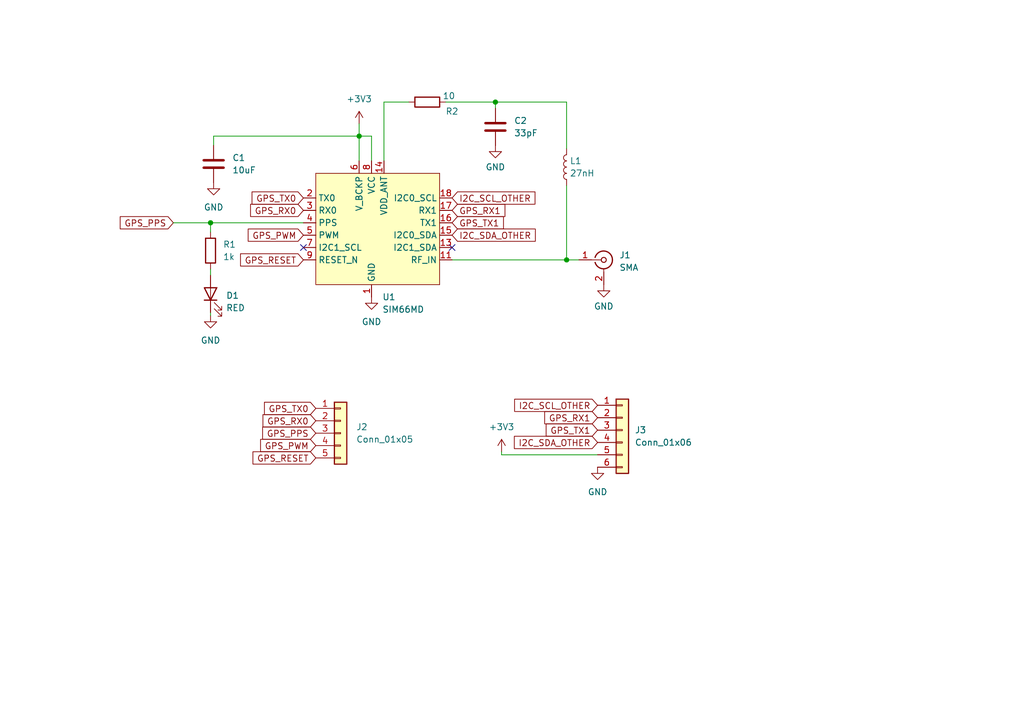
<source format=kicad_sch>
(kicad_sch (version 20231120) (generator "eeschema") (generator_version "8.0")
  (paper "A5")
  (lib_symbols
    (symbol "Connector:Conn_Coaxial" (pin_names (offset 1.016) hide)
      (property "Reference" "J" (at 0.254 3.048 0))
      (property "Value" "Conn_Coaxial" (at 2.921 0 90))
      (symbol "Conn_Coaxial_0_1"
        (arc (start -1.778 -0.508) (mid 0.2311 -1.8066) (end 1.778 0) (stroke (width 0.254)))
        (polyline (pts (xy -2.54 0) (xy -0.508 0)))
        (polyline (pts (xy 0 -2.54) (xy 0 -1.778)))
        (circle (center 0 0) (radius 0.508) (stroke (width 0.2032)))
        (arc (start 1.778 0) (mid 0.2099 1.8101) (end -1.778 0.508) (stroke (width 0.254)))
      )
      (symbol "Conn_Coaxial_1_1"
        (pin passive line (at -5.08 0 0) (length 2.54) (name "In") (number "1"))
        (pin passive line (at 0 -5.08 90) (length 2.54) (name "Ext") (number "2"))
      )
    )
    (symbol "Connector_Generic:Conn_01x05" (pin_names (offset 1.016) hide)
      (property "Reference" "J" (at 0 7.62 0))
      (property "Value" "Conn_01x05" (at 0 -7.62 0))
      (symbol "Conn_01x05_1_1"
        (rectangle (start -1.27 -4.953) (end 0 -5.207) (stroke (width 0.1524)))
        (rectangle (start -1.27 -2.413) (end 0 -2.667) (stroke (width 0.1524)))
        (rectangle (start -1.27 0.127) (end 0 -0.127) (stroke (width 0.1524)))
        (rectangle (start -1.27 2.667) (end 0 2.413) (stroke (width 0.1524)))
        (rectangle (start -1.27 5.207) (end 0 4.953) (stroke (width 0.1524)))
        (rectangle (start -1.27 6.35) (end 1.27 -6.35) (stroke (width 0.254)) (fill (type background)))
        (pin passive line (at -5.08 5.08 0) (length 3.81) (name "Pin_1") (number "1"))
        (pin passive line (at -5.08 2.54 0) (length 3.81) (name "Pin_2") (number "2"))
        (pin passive line (at -5.08 0 0) (length 3.81) (name "Pin_3") (number "3"))
        (pin passive line (at -5.08 -2.54 0) (length 3.81) (name "Pin_4") (number "4"))
        (pin passive line (at -5.08 -5.08 0) (length 3.81) (name "Pin_5") (number "5"))
      )
    )
    (symbol "Connector_Generic:Conn_01x06" (pin_names (offset 1.016) hide)
      (property "Reference" "J" (at 0 7.62 0))
      (property "Value" "Conn_01x06" (at 0 -10.16 0))
      (symbol "Conn_01x06_1_1"
        (rectangle (start -1.27 -7.493) (end 0 -7.747) (stroke (width 0.1524)))
        (rectangle (start -1.27 -4.953) (end 0 -5.207) (stroke (width 0.1524)))
        (rectangle (start -1.27 -2.413) (end 0 -2.667) (stroke (width 0.1524)))
        (rectangle (start -1.27 0.127) (end 0 -0.127) (stroke (width 0.1524)))
        (rectangle (start -1.27 2.667) (end 0 2.413) (stroke (width 0.1524)))
        (rectangle (start -1.27 5.207) (end 0 4.953) (stroke (width 0.1524)))
        (rectangle (start -1.27 6.35) (end 1.27 -8.89) (stroke (width 0.254)) (fill (type background)))
        (pin passive line (at -5.08 5.08 0) (length 3.81) (name "Pin_1") (number "1"))
        (pin passive line (at -5.08 2.54 0) (length 3.81) (name "Pin_2") (number "2"))
        (pin passive line (at -5.08 0 0) (length 3.81) (name "Pin_3") (number "3"))
        (pin passive line (at -5.08 -2.54 0) (length 3.81) (name "Pin_4") (number "4"))
        (pin passive line (at -5.08 -5.08 0) (length 3.81) (name "Pin_5") (number "5"))
        (pin passive line (at -5.08 -7.62 0) (length 3.81) (name "Pin_6") (number "6"))
      )
    )
    (symbol "Device:C" (pin_numbers hide) (pin_names (offset 0.254))
      (property "Reference" "C" (at 0.635 2.54 0))
      (property "Value" "C" (at 0.635 -2.54 0))
      (symbol "C_0_1"
        (polyline (pts (xy -2.032 -0.762) (xy 2.032 -0.762)) (stroke (width 0.508)))
        (polyline (pts (xy -2.032 0.762) (xy 2.032 0.762)) (stroke (width 0.508)))
      )
      (symbol "C_1_1"
        (pin passive line (at 0 3.81 270) (length 2.794) (name "~") (number "1"))
        (pin passive line (at 0 -3.81 90) (length 2.794) (name "~") (number "2"))
      )
    )
    (symbol "Device:L" (pin_numbers hide) (pin_names (offset 1.016) hide)
      (property "Reference" "L" (at -1.27 0 90))
      (property "Value" "L" (at 1.905 0 90))
      (symbol "L_0_1"
        (arc (start 0 -2.54) (mid 0.6323 -1.905) (end 0 -1.27))
        (arc (start 0 -1.27) (mid 0.6323 -0.635) (end 0 0))
        (arc (start 0 0) (mid 0.6323 0.635) (end 0 1.27))
        (arc (start 0 1.27) (mid 0.6323 1.905) (end 0 2.54))
      )
      (symbol "L_1_1"
        (pin passive line (at 0 3.81 270) (length 1.27) (name "1") (number "1"))
        (pin passive line (at 0 -3.81 90) (length 1.27) (name "2") (number "2"))
      )
    )
    (symbol "Device:LED" (pin_numbers hide) (pin_names (offset 1.016) hide)
      (property "Reference" "D" (at 0 2.54 0))
      (property "Value" "LED" (at 0 -2.54 0))
      (symbol "LED_0_1"
        (polyline (pts (xy -1.27 -1.27) (xy -1.27 1.27)) (stroke (width 0.254)))
        (polyline (pts (xy -1.27 0) (xy 1.27 0)))
        (polyline (pts (xy 1.27 -1.27) (xy 1.27 1.27) (xy -1.27 0) (xy 1.27 -1.27)) (stroke (width 0.254)))
        (polyline (pts (xy -3.048 -0.762) (xy -4.572 -2.286) (xy -3.81 -2.286) (xy -4.572 -2.286) (xy -4.572 -1.524)))
        (polyline (pts (xy -1.778 -0.762) (xy -3.302 -2.286) (xy -2.54 -2.286) (xy -3.302 -2.286) (xy -3.302 -1.524)))
      )
      (symbol "LED_1_1"
        (pin passive line (at -3.81 0 0) (length 2.54) (name "K") (number "1"))
        (pin passive line (at 3.81 0 180) (length 2.54) (name "A") (number "2"))
      )
    )
    (symbol "Device:R" (pin_numbers hide) (pin_names (offset 0))
      (property "Reference" "R" (at 2.032 0 90))
      (property "Value" "R" (at 0 0 90))
      (symbol "R_0_1"
        (rectangle (start -1.016 -2.54) (end 1.016 2.54) (stroke (width 0.254)))
      )
      (symbol "R_1_1"
        (pin passive line (at 0 3.81 270) (length 1.27) (name "~") (number "1"))
        (pin passive line (at 0 -3.81 90) (length 1.27) (name "~") (number "2"))
      )
    )
    (symbol "MySymbols:SIM66MD"
      (property "Reference" "U" (at 13.716 0.254 0))
      (property "Value" "SIM66MD" (at 20.574 14.732 0))
      (symbol "SIM66MD_1_1"
        (rectangle (start 2.54 12.7) (end 27.94 -10.16) (fill (type background)))
        (pin power_in line (at 13.97 -12.7 90) (length 2.54) (name "GND") (number "1"))
        (pin power_in line (at 13.97 -12.7 90) (length 2.54) hide (name "GND") (number "10"))
        (pin input line (at 30.48 -5.08 180) (length 2.54) (name "RF_IN") (number "11"))
        (pin power_in line (at 13.97 -12.7 90) (length 2.54) hide (name "GND") (number "12"))
        (pin bidirectional line (at 30.48 -2.54 180) (length 2.54) (name "I2C1_SDA") (number "13"))
        (pin output line (at 16.51 15.24 270) (length 2.54) (name "VDD_ANT") (number "14"))
        (pin bidirectional line (at 30.48 0 180) (length 2.54) (name "I2C0_SDA") (number "15"))
        (pin output line (at 30.48 2.54 180) (length 2.54) (name "TX1") (number "16"))
        (pin input line (at 30.48 5.08 180) (length 2.54) (name "RX1") (number "17"))
        (pin input line (at 30.48 7.62 180) (length 2.54) (name "I2C0_SCL") (number "18"))
        (pin output line (at 0 7.62 0) (length 2.54) (name "TX0") (number "2"))
        (pin input line (at 0 5.08 0) (length 2.54) (name "RX0") (number "3"))
        (pin output line (at 0 2.54 0) (length 2.54) (name "PPS") (number "4"))
        (pin bidirectional line (at 0 0 0) (length 2.54) (name "PWM") (number "5"))
        (pin power_in line (at 11.43 15.24 270) (length 2.54) (name "V_BCKP") (number "6"))
        (pin input line (at 0 -2.54 0) (length 2.54) (name "I2C1_SCL") (number "7"))
        (pin power_in line (at 13.97 15.24 270) (length 2.54) (name "VCC") (number "8"))
        (pin input line (at 0 -5.08 0) (length 2.54) (name "RESET_N") (number "9"))
      )
    )
    (symbol "power:+3V3" (power) (pin_names (offset 0))
      (property "Value" "+3V3" (at 0 3.556 0))
      (symbol "+3V3_0_1"
        (polyline (pts (xy -0.762 1.27) (xy 0 2.54)))
        (polyline (pts (xy 0 0) (xy 0 2.54)))
        (polyline (pts (xy 0 2.54) (xy 0.762 1.27)))
      )
      (symbol "+3V3_1_1"
        (pin power_in line (at 0 0 90) (length 0) hide (name "+3V3") (number "1"))
      )
    )
    (symbol "power:GND" (power) (pin_names (offset 0))
      (property "Value" "GND" (at 0 -3.81 0))
      (symbol "GND_0_1"
        (polyline (pts (xy 0 0) (xy 0 -1.27) (xy 1.27 -1.27) (xy 0 -2.54) (xy -1.27 -1.27) (xy 0 -1.27)))
      )
      (symbol "GND_1_1"
        (pin power_in line (at 0 0 270) (length 0) hide (name "GND") (number "1"))
      )
    )
  )
  (junction (at 101.6 20.955))
  (junction (at 116.205 53.34))
  (junction (at 43.18 45.72))
  (junction (at 73.66 27.94))
  (no_connect (at 62.23 50.8))
  (no_connect (at 92.71 50.8))
  (wire (pts (xy 43.815 29.845) (xy 43.815 27.94)))
  (wire (pts (xy 43.18 55.245) (xy 43.18 56.515)))
  (wire (pts (xy 83.82 20.955) (xy 78.74 20.955)))
  (wire (pts (xy 101.6 20.955) (xy 91.44 20.955)))
  (wire (pts (xy 122.555 93.345) (xy 102.87 93.345)))
  (wire (pts (xy 116.205 38.1) (xy 116.205 53.34)))
  (wire (pts (xy 116.205 53.34) (xy 118.745 53.34)))
  (wire (pts (xy 73.66 25.4) (xy 73.66 27.94)))
  (wire (pts (xy 101.6 20.955) (xy 116.205 20.955)))
  (wire (pts (xy 116.205 30.48) (xy 116.205 20.955)))
  (wire (pts (xy 73.66 27.94) (xy 73.66 33.02)))
  (wire (pts (xy 35.56 45.72) (xy 43.18 45.72)))
  (wire (pts (xy 43.18 45.72) (xy 43.18 47.625)))
  (wire (pts (xy 78.74 20.955) (xy 78.74 33.02)))
  (wire (pts (xy 92.71 53.34) (xy 116.205 53.34)))
  (wire (pts (xy 43.18 64.135) (xy 43.18 64.77)))
  (wire (pts (xy 76.2 27.94) (xy 73.66 27.94)))
  (wire (pts (xy 101.6 20.955) (xy 101.6 22.225)))
  (wire (pts (xy 43.815 27.94) (xy 73.66 27.94)))
  (wire (pts (xy 102.87 93.345) (xy 102.87 92.71)))
  (wire (pts (xy 76.2 33.02) (xy 76.2 27.94)))
  (wire (pts (xy 43.18 45.72) (xy 62.23 45.72)))
  (global_label "I2C_SCL_OTHER" (shape input) (at 122.555 83.185 180) (property "Intersheetrefs" "${INTERSHEET_REFS}" (effects (hide yes))))
  (global_label "GPS_PPS" (shape input) (at 64.77 88.9 180) (property "Intersheetrefs" "${INTERSHEET_REFS}" (effects (hide yes))))
  (global_label "GPS_TX0" (shape input) (at 62.23 40.64 180) (property "Intersheetrefs" "${INTERSHEET_REFS}" (effects (hide yes))))
  (global_label "GPS_PPS" (shape input) (at 35.56 45.72 180) (property "Intersheetrefs" "${INTERSHEET_REFS}" (effects (hide yes))))
  (global_label "GPS_RESET" (shape input) (at 62.23 53.34 180) (property "Intersheetrefs" "${INTERSHEET_REFS}" (effects (hide yes))))
  (global_label "GPS_RX0" (shape input) (at 62.23 43.18 180) (property "Intersheetrefs" "${INTERSHEET_REFS}" (effects (hide yes))))
  (global_label "GPS_PWM" (shape input) (at 64.77 91.44 180) (property "Intersheetrefs" "${INTERSHEET_REFS}" (effects (hide yes))))
  (global_label "GPS_RX1" (shape input) (at 122.555 85.725 180) (property "Intersheetrefs" "${INTERSHEET_REFS}" (effects (hide yes))))
  (global_label "GPS_TX0" (shape input) (at 64.77 83.82 180) (property "Intersheetrefs" "${INTERSHEET_REFS}" (effects (hide yes))))
  (global_label "GPS_RESET" (shape input) (at 64.77 93.98 180) (property "Intersheetrefs" "${INTERSHEET_REFS}" (effects (hide yes))))
  (global_label "GPS_RX0" (shape input) (at 64.77 86.36 180) (property "Intersheetrefs" "${INTERSHEET_REFS}" (effects (hide yes))))
  (global_label "GPS_TX1" (shape input) (at 92.71 45.72 0) (property "Intersheetrefs" "${INTERSHEET_REFS}" (effects (hide yes))))
  (global_label "GPS_RX1" (shape input) (at 92.71 43.18 0) (property "Intersheetrefs" "${INTERSHEET_REFS}" (effects (hide yes))))
  (global_label "GPS_PWM" (shape input) (at 62.23 48.26 180) (property "Intersheetrefs" "${INTERSHEET_REFS}" (effects (hide yes))))
  (global_label "I2C_SCL_OTHER" (shape input) (at 92.71 40.64 0) (property "Intersheetrefs" "${INTERSHEET_REFS}" (effects (hide yes))))
  (global_label "I2C_SDA_OTHER" (shape input) (at 122.555 90.805 180) (property "Intersheetrefs" "${INTERSHEET_REFS}" (effects (hide yes))))
  (global_label "GPS_TX1" (shape input) (at 122.555 88.265 180) (property "Intersheetrefs" "${INTERSHEET_REFS}" (effects (hide yes))))
  (global_label "I2C_SDA_OTHER" (shape input) (at 92.71 48.26 0) (property "Intersheetrefs" "${INTERSHEET_REFS}" (effects (hide yes))))
  (symbol (lib_id "Device:LED") (at 43.18 60.325 90) (unit 1)
    (property "Reference" "D1" (at 46.355 60.6425 90) (effects (justify right)))
    (property "Value" "RED" (at 46.355 63.1825 90) (effects (justify right)))
    (property "Footprint" "LED_SMD:LED_0603_1608Metric" (effects (hide yes)))
    (property "LCSC" "C2286" (effects (hide yes)))
  )
  (symbol (lib_id "Device:R") (at 43.18 51.435 0) (unit 1)
    (property "Reference" "R1" (at 45.72 50.1649 0) (effects (justify left)))
    (property "Value" "1k" (at 45.72 52.7049 0) (effects (justify left)))
    (property "Footprint" "Resistor_SMD:R_0805_2012Metric_Pad1.20x1.40mm_HandSolder" (effects (hide yes)))
    (property "LCSC" "C21190" (effects (hide yes)))
  )
  (symbol (lib_id "Connector_Generic:Conn_01x06") (at 127.635 88.265 0) (unit 1)
    (property "Reference" "J3" (at 130.175 88.2649 0) (effects (justify left)))
    (property "Value" "Conn_01x06" (at 130.175 90.8049 0) (effects (justify left)))
    (property "Footprint" "Connector_PinSocket_2.54mm:PinSocket_1x06_P2.54mm_Vertical" (effects (hide yes)))
    (property "Description" "Generic connector, single row, 01x06, script generated (kicad-library-utils/schlib/autogen/connector/)" (effects (hide yes)))
  )
  (symbol (lib_id "Connector_Generic:Conn_01x05") (at 69.85 88.9 0) (unit 1)
    (property "Reference" "J2" (at 73.025 87.6299 0) (effects (justify left)))
    (property "Value" "Conn_01x05" (at 73.025 90.1699 0) (effects (justify left)))
    (property "Footprint" "Connector_PinSocket_2.54mm:PinSocket_1x05_P2.54mm_Vertical" (effects (hide yes)))
    (property "Description" "Generic connector, single row, 01x05, script generated (kicad-library-utils/schlib/autogen/connector/)" (effects (hide yes)))
  )
  (symbol (lib_id "Device:R") (at 87.63 20.955 90) (unit 1)
    (property "Reference" "R2" (at 92.71 22.86 90))
    (property "Value" "10" (at 92.075 19.685 90))
    (property "Footprint" "Resistor_SMD:R_0805_2012Metric_Pad1.20x1.40mm_HandSolder" (effects (hide yes)))
    (property "LCSC" "C17415" (effects (hide yes)))
  )
  (symbol (lib_id "power:+3V3") (at 102.87 92.71 0) (unit 1)
    (property "Reference" "#PWR07" (effects (hide yes)))
    (property "Value" "+3V3" (at 102.87 87.63 0))
  )
  (symbol (lib_id "power:GND") (at 43.815 37.465 0) (unit 1)
    (property "Reference" "#PWR02" (effects (hide yes)))
    (property "Value" "GND" (at 43.815 42.545 0))
  )
  (symbol (lib_id "power:+3V3") (at 73.66 25.4 0) (unit 1)
    (property "Reference" "#PWR03" (effects (hide yes)))
    (property "Value" "+3V3" (at 73.66 20.32 0))
  )
  (symbol (lib_id "Device:C") (at 101.6 26.035 0) (unit 1)
    (property "Reference" "C2" (at 105.41 24.7649 0) (effects (justify left)))
    (property "Value" "33pF" (at 105.41 27.3049 0) (effects (justify left)))
    (property "Footprint" "Capacitor_SMD:C_0805_2012Metric_Pad1.18x1.45mm_HandSolder" (effects (hide yes)))
    (property "LCSC" "C14857" (effects (hide yes)))
  )
  (symbol (lib_id "power:GND") (at 123.825 58.42 0) (unit 1)
    (property "Reference" "#PWR06" (effects (hide yes)))
    (property "Value" "GND" (at 123.825 62.865 0))
  )
  (symbol (lib_id "power:GND") (at 76.2 60.96 0) (unit 1)
    (property "Reference" "#PWR04" (effects (hide yes)))
    (property "Value" "GND" (at 76.2 66.04 0))
  )
  (symbol (lib_id "power:GND") (at 122.555 95.885 0) (unit 1)
    (property "Reference" "#PWR08" (effects (hide yes)))
    (property "Value" "GND" (at 122.555 100.965 0))
  )
  (symbol (lib_id "power:GND") (at 43.18 64.77 0) (unit 1)
    (property "Reference" "#PWR01" (effects (hide yes)))
    (property "Value" "GND" (at 43.18 69.85 0))
  )
  (symbol (lib_id "power:GND") (at 101.6 29.845 0) (unit 1)
    (property "Reference" "#PWR05" (effects (hide yes)))
    (property "Value" "GND" (at 101.6 34.29 0))
  )
  (symbol (lib_id "Device:L") (at 116.205 34.29 180) (unit 1)
    (property "Reference" "L1" (at 116.84 33.0199 0) (effects (justify right)))
    (property "Value" "27nH" (at 116.84 35.5599 0) (effects (justify right)))
    (property "Footprint" "Inductor_SMD:L_0805_2012Metric_Pad1.05x1.20mm_HandSolder" (effects (hide yes)))
    (property "LCSC" "C98992" (effects (hide yes)))
  )
  (symbol (lib_id "Device:C") (at 43.815 33.655 0) (unit 1)
    (property "Reference" "C1" (at 47.625 32.3849 0) (effects (justify left)))
    (property "Value" "10uF" (at 47.625 34.9249 0) (effects (justify left)))
    (property "Footprint" "Capacitor_SMD:C_0805_2012Metric_Pad1.18x1.45mm_HandSolder" (effects (hide yes)))
    (property "LCSC" "C15850" (effects (hide yes)))
  )
  (symbol (lib_id "MySymbols:SIM66MD") (at 62.23 48.26 0) (unit 1)
    (property "Reference" "U1" (at 78.3941 60.96 0) (effects (justify left)))
    (property "Value" "SIM66MD" (at 78.3941 63.5 0) (effects (justify left)))
    (property "Footprint" "MyFootprints:SIM66MD" (effects (hide yes)))
  )
  (symbol (lib_id "Connector:Conn_Coaxial") (at 123.825 53.34 0) (unit 1) (in_bom no)
    (property "Reference" "J1" (at 127 52.3631 0) (effects (justify left)))
    (property "Value" "SMA" (at 127 54.9031 0) (effects (justify left)))
    (property "Footprint" "MyFootprints:Conn_SMA_Amphenol_901-143_Horizontal_SmallerHoles" (effects (hide yes)))
    (property "Datasheet" " ~" (effects (hide yes)))
  )
)
</source>
